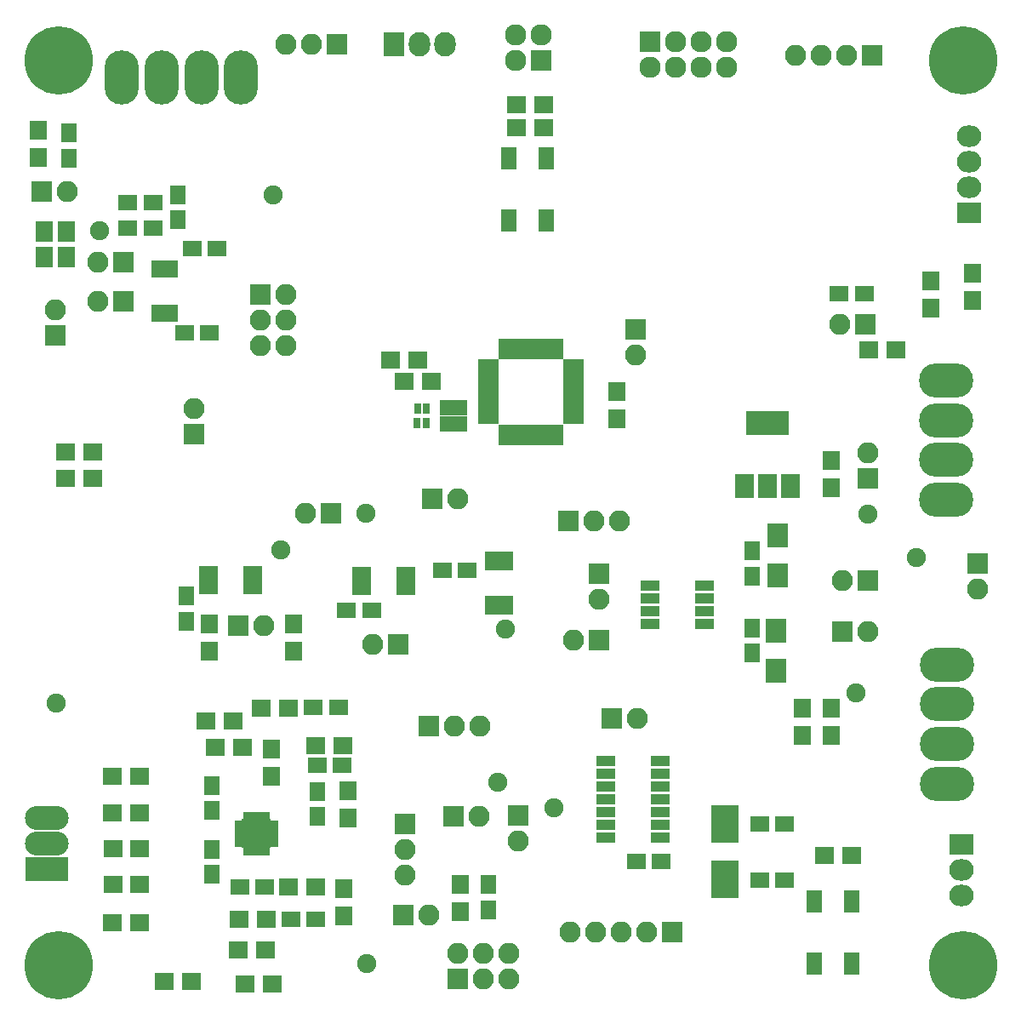
<source format=gbr>
G04 #@! TF.FileFunction,Soldermask,Top*
%FSLAX46Y46*%
G04 Gerber Fmt 4.6, Leading zero omitted, Abs format (unit mm)*
G04 Created by KiCad (PCBNEW 4.0.2-stable) date 10/05/17 15:07:02*
%MOMM*%
G01*
G04 APERTURE LIST*
%ADD10C,0.100000*%
%ADD11R,1.650000X1.900000*%
%ADD12R,1.900000X1.650000*%
%ADD13R,1.700000X1.900000*%
%ADD14R,1.900000X1.700000*%
%ADD15R,2.000000X2.400000*%
%ADD16R,1.800000X2.000000*%
%ADD17R,2.127200X2.127200*%
%ADD18O,2.127200X2.127200*%
%ADD19R,2.100000X2.100000*%
%ADD20O,2.100000X2.100000*%
%ADD21R,2.432000X2.127200*%
%ADD22O,2.432000X2.127200*%
%ADD23R,1.500000X2.200000*%
%ADD24R,0.700000X1.800000*%
%ADD25R,2.800000X3.725000*%
%ADD26R,2.700000X1.600000*%
%ADD27R,4.360000X2.380000*%
%ADD28O,4.360000X2.380000*%
%ADD29R,1.900000X1.000000*%
%ADD30R,0.900000X0.650000*%
%ADD31R,0.650000X0.900000*%
%ADD32R,2.900000X2.900000*%
%ADD33R,2.000000X0.950000*%
%ADD34R,0.950000X2.000000*%
%ADD35R,1.850000X0.850000*%
%ADD36R,1.950000X1.000000*%
%ADD37C,1.900000*%
%ADD38O,5.401260X3.399740*%
%ADD39O,3.399740X5.401260*%
%ADD40R,0.850000X1.850000*%
%ADD41R,2.127200X2.432000*%
%ADD42O,2.127200X2.432000*%
%ADD43C,6.800000*%
%ADD44C,1.200000*%
%ADD45R,4.200000X2.400000*%
%ADD46R,1.900000X2.400000*%
%ADD47R,0.800000X1.000000*%
G04 APERTURE END LIST*
D10*
D11*
X94500000Y-121450000D03*
X94500000Y-123950000D03*
D12*
X107050000Y-107350000D03*
X104550000Y-107350000D03*
D11*
X94500000Y-115100000D03*
X94500000Y-117600000D03*
D12*
X99750000Y-125200000D03*
X97250000Y-125200000D03*
X104800000Y-128450000D03*
X102300000Y-128450000D03*
X104950000Y-113050000D03*
X107450000Y-113050000D03*
D11*
X104950000Y-118200000D03*
X104950000Y-115700000D03*
D12*
X110350000Y-97650000D03*
X107850000Y-97650000D03*
D11*
X122000000Y-124950000D03*
X122000000Y-127450000D03*
D13*
X134800000Y-78600000D03*
X134800000Y-75900000D03*
D12*
X156900000Y-66200000D03*
X159400000Y-66200000D03*
D14*
X116300000Y-74900000D03*
X113600000Y-74900000D03*
X114950000Y-72750000D03*
X112250000Y-72750000D03*
D12*
X148950000Y-124500000D03*
X151450000Y-124500000D03*
X148950000Y-118950000D03*
X151450000Y-118950000D03*
D11*
X80250000Y-52700000D03*
X80250000Y-50200000D03*
D15*
X150600000Y-103700000D03*
X150600000Y-99700000D03*
D14*
X124800000Y-47400000D03*
X127500000Y-47400000D03*
D11*
X148200000Y-99450000D03*
X148200000Y-101950000D03*
D12*
X88600000Y-57150000D03*
X86100000Y-57150000D03*
X88600000Y-59650000D03*
X86100000Y-59650000D03*
X139172000Y-122682000D03*
X136672000Y-122682000D03*
D11*
X148200000Y-91750000D03*
X148200000Y-94250000D03*
D15*
X150800000Y-90200000D03*
X150800000Y-94200000D03*
D11*
X91100000Y-58850000D03*
X91100000Y-56350000D03*
D12*
X94976000Y-61722000D03*
X92476000Y-61722000D03*
X91714000Y-70104000D03*
X94214000Y-70104000D03*
D13*
X156070000Y-82810000D03*
X156070000Y-85510000D03*
D11*
X91900000Y-98750000D03*
X91900000Y-96250000D03*
D14*
X159830000Y-71750000D03*
X162530000Y-71750000D03*
D16*
X79950000Y-60000000D03*
X77750000Y-60000000D03*
X79950000Y-62500000D03*
X77750000Y-62500000D03*
D14*
X82574000Y-81968000D03*
X79874000Y-81968000D03*
D13*
X156100000Y-107450000D03*
X156100000Y-110150000D03*
X170180000Y-64182000D03*
X170180000Y-66882000D03*
D17*
X127200000Y-42950000D03*
D18*
X127200000Y-40410000D03*
X124660000Y-42950000D03*
X124660000Y-40410000D03*
D19*
X113500000Y-127950000D03*
D20*
X116040000Y-127950000D03*
D21*
X169800000Y-58150000D03*
D22*
X169800000Y-55610000D03*
X169800000Y-53070000D03*
X169800000Y-50530000D03*
D19*
X113700000Y-118900000D03*
D20*
X113700000Y-121440000D03*
X113700000Y-123980000D03*
D14*
X87300000Y-124900000D03*
X84600000Y-124900000D03*
X100500000Y-134850000D03*
X97800000Y-134850000D03*
X84550000Y-128750000D03*
X87250000Y-128750000D03*
X87250000Y-114200000D03*
X84550000Y-114200000D03*
X84550000Y-117800000D03*
X87250000Y-117800000D03*
X84600000Y-121350000D03*
X87300000Y-121350000D03*
X99400000Y-107400000D03*
X102100000Y-107400000D03*
X97500000Y-111350000D03*
X94800000Y-111350000D03*
X97100000Y-131500000D03*
X99800000Y-131500000D03*
X93900000Y-108700000D03*
X96600000Y-108700000D03*
X97150000Y-128450000D03*
X99850000Y-128450000D03*
D13*
X100350000Y-114200000D03*
X100350000Y-111500000D03*
D14*
X102100000Y-125200000D03*
X104800000Y-125200000D03*
X104800000Y-111100000D03*
X107500000Y-111100000D03*
D13*
X107550000Y-125350000D03*
X107550000Y-128050000D03*
X108050000Y-118300000D03*
X108050000Y-115600000D03*
X119150000Y-124950000D03*
X119150000Y-127650000D03*
X102600000Y-101750000D03*
X102600000Y-99050000D03*
X94200000Y-101750000D03*
X94200000Y-99050000D03*
X77150000Y-49900000D03*
X77150000Y-52600000D03*
D14*
X79930000Y-84582000D03*
X82630000Y-84582000D03*
D13*
X166000000Y-64900000D03*
X166000000Y-67600000D03*
X153200000Y-110100000D03*
X153200000Y-107400000D03*
D14*
X124800000Y-49700000D03*
X127500000Y-49700000D03*
X158100000Y-122050000D03*
X155400000Y-122050000D03*
D23*
X127700000Y-58900000D03*
X127700000Y-52700000D03*
X124000000Y-52700000D03*
X124000000Y-58900000D03*
X158100000Y-132800000D03*
X158100000Y-126600000D03*
X154400000Y-126600000D03*
X154400000Y-132800000D03*
D24*
X90750000Y-63750000D03*
X90250000Y-63750000D03*
X89750000Y-63750000D03*
X89250000Y-63750000D03*
X88750000Y-63750000D03*
X88750000Y-68150000D03*
X89250000Y-68150000D03*
X89750000Y-68150000D03*
X90250000Y-68150000D03*
X90750000Y-68150000D03*
D25*
X145550000Y-124462500D03*
X145550000Y-118937500D03*
D26*
X118500000Y-77550000D03*
X118500000Y-79150000D03*
D19*
X77550000Y-56050000D03*
D20*
X80090000Y-56050000D03*
D19*
X85650000Y-66950000D03*
D20*
X83110000Y-66950000D03*
D19*
X85650000Y-63050000D03*
D20*
X83110000Y-63050000D03*
D19*
X157200000Y-99800000D03*
D20*
X159740000Y-99800000D03*
D19*
X159700000Y-94700000D03*
D20*
X157160000Y-94700000D03*
D19*
X92700000Y-80150000D03*
D20*
X92700000Y-77610000D03*
D19*
X106350000Y-88000000D03*
D20*
X103810000Y-88000000D03*
D19*
X159750000Y-84550000D03*
D20*
X159750000Y-82010000D03*
D19*
X159450000Y-69200000D03*
D20*
X156910000Y-69200000D03*
D14*
X89700000Y-134600000D03*
X92400000Y-134600000D03*
D19*
X113030000Y-101092000D03*
D20*
X110490000Y-101092000D03*
D19*
X136650000Y-69700000D03*
D20*
X136650000Y-72240000D03*
D19*
X124950000Y-118050000D03*
D20*
X124950000Y-120590000D03*
D27*
X78050000Y-123400000D03*
D28*
X78050000Y-120860000D03*
X78050000Y-118320000D03*
D19*
X118900000Y-134350000D03*
D20*
X118900000Y-131810000D03*
X121440000Y-134350000D03*
X121440000Y-131810000D03*
X123980000Y-134350000D03*
X123980000Y-131810000D03*
D19*
X118500000Y-118150000D03*
D20*
X121040000Y-118150000D03*
D19*
X133000000Y-94000000D03*
D20*
X133000000Y-96540000D03*
D19*
X170700000Y-93050000D03*
D20*
X170700000Y-95590000D03*
D29*
X139100000Y-120310000D03*
X139100000Y-119040000D03*
X139100000Y-117770000D03*
X139100000Y-116500000D03*
X139100000Y-115230000D03*
X139100000Y-113960000D03*
X139100000Y-112690000D03*
X133700000Y-112690000D03*
X133700000Y-113960000D03*
X133700000Y-115230000D03*
X133700000Y-116500000D03*
X133700000Y-117770000D03*
X133700000Y-119040000D03*
X133700000Y-120310000D03*
D30*
X97150000Y-118900000D03*
X97150000Y-119400000D03*
X97150000Y-119900000D03*
X97150000Y-120400000D03*
X97150000Y-120900000D03*
D31*
X97900000Y-121650000D03*
D32*
X98900000Y-119900000D03*
D31*
X98400000Y-121650000D03*
X98900000Y-121650000D03*
X99400000Y-121650000D03*
X99900000Y-121650000D03*
D30*
X100650000Y-120900000D03*
X100650000Y-120400000D03*
X100650000Y-119900000D03*
X100650000Y-119400000D03*
X100650000Y-118900000D03*
D31*
X99900000Y-118150000D03*
X99400000Y-118150000D03*
X98900000Y-118150000D03*
X98400000Y-118150000D03*
X97900000Y-118150000D03*
D33*
X121950000Y-73150000D03*
X121950000Y-73950000D03*
X121950000Y-74750000D03*
X121950000Y-75550000D03*
X121950000Y-76350000D03*
X121950000Y-77150000D03*
X121950000Y-77950000D03*
X121950000Y-78750000D03*
D34*
X123400000Y-80200000D03*
X124200000Y-80200000D03*
X125000000Y-80200000D03*
X125800000Y-80200000D03*
X126600000Y-80200000D03*
X127400000Y-80200000D03*
X128200000Y-80200000D03*
X129000000Y-80200000D03*
D33*
X130450000Y-78750000D03*
X130450000Y-77950000D03*
X130450000Y-77150000D03*
X130450000Y-76350000D03*
X130450000Y-75550000D03*
X130450000Y-74750000D03*
X130450000Y-73950000D03*
X130450000Y-73150000D03*
D34*
X129000000Y-71700000D03*
X128200000Y-71700000D03*
X127400000Y-71700000D03*
X126600000Y-71700000D03*
X125800000Y-71700000D03*
X125000000Y-71700000D03*
X124200000Y-71700000D03*
X123400000Y-71700000D03*
D35*
X109400000Y-93775000D03*
X109400000Y-94425000D03*
X109400000Y-95075000D03*
X109400000Y-95725000D03*
X113800000Y-95725000D03*
X113800000Y-95075000D03*
X113800000Y-94425000D03*
X113800000Y-93775000D03*
X94100000Y-93725000D03*
X94100000Y-94375000D03*
X94100000Y-95025000D03*
X94100000Y-95675000D03*
X98500000Y-95675000D03*
X98500000Y-95025000D03*
X98500000Y-94375000D03*
X98500000Y-93725000D03*
D36*
X138100000Y-95195000D03*
X138100000Y-96465000D03*
X138100000Y-97735000D03*
X138100000Y-99005000D03*
X143500000Y-99005000D03*
X143500000Y-97735000D03*
X143500000Y-96465000D03*
X143500000Y-95195000D03*
D37*
X109900000Y-132850000D03*
X122936000Y-114808000D03*
X128500000Y-117300000D03*
X164592000Y-92456000D03*
X83250000Y-59900000D03*
X101346000Y-91694000D03*
X109800000Y-88050000D03*
X123698000Y-99568000D03*
X100584000Y-56388000D03*
X159766000Y-88138000D03*
X158550000Y-105900000D03*
X78994000Y-106934000D03*
D19*
X140300000Y-129700000D03*
D20*
X137760000Y-129700000D03*
X135220000Y-129700000D03*
X132680000Y-129700000D03*
X130140000Y-129700000D03*
D19*
X78900000Y-70300000D03*
D20*
X78900000Y-67760000D03*
D38*
X167500000Y-82731200D03*
X167500000Y-78768800D03*
X167500000Y-86691060D03*
X167500000Y-74808940D03*
D39*
X89458800Y-44704000D03*
X93421200Y-44704000D03*
X85498940Y-44704000D03*
X97381060Y-44704000D03*
D38*
X167650000Y-107018800D03*
X167650000Y-110981200D03*
X167650000Y-103058940D03*
X167650000Y-114941060D03*
D12*
X117368000Y-93726000D03*
X119868000Y-93726000D03*
D19*
X116400000Y-86550000D03*
D20*
X118940000Y-86550000D03*
D19*
X133000000Y-100600000D03*
D20*
X130460000Y-100600000D03*
D19*
X116078000Y-109220000D03*
D20*
X118618000Y-109220000D03*
X121158000Y-109220000D03*
D19*
X134250000Y-108400000D03*
D20*
X136790000Y-108400000D03*
D19*
X97050000Y-99200000D03*
D20*
X99590000Y-99200000D03*
D40*
X123975000Y-92800000D03*
X123325000Y-92800000D03*
X122675000Y-92800000D03*
X122025000Y-92800000D03*
X122025000Y-97200000D03*
X122675000Y-97200000D03*
X123325000Y-97200000D03*
X123975000Y-97200000D03*
D41*
X112600000Y-41350000D03*
D42*
X115140000Y-41350000D03*
X117680000Y-41350000D03*
D17*
X138100000Y-41150000D03*
D18*
X138100000Y-43690000D03*
X140640000Y-41150000D03*
X140640000Y-43690000D03*
X143180000Y-41150000D03*
X143180000Y-43690000D03*
X145720000Y-41150000D03*
X145720000Y-43690000D03*
D43*
X79200000Y-43000000D03*
D44*
X81600000Y-43000000D03*
X80897056Y-44697056D03*
X79200000Y-45400000D03*
X77502944Y-44697056D03*
X76800000Y-43000000D03*
X77502944Y-41302944D03*
X79200000Y-40600000D03*
X80897056Y-41302944D03*
D43*
X169200000Y-43000000D03*
D44*
X171600000Y-43000000D03*
X170897056Y-44697056D03*
X169200000Y-45400000D03*
X167502944Y-44697056D03*
X166800000Y-43000000D03*
X167502944Y-41302944D03*
X169200000Y-40600000D03*
X170897056Y-41302944D03*
D43*
X169200000Y-133000000D03*
D44*
X171600000Y-133000000D03*
X170897056Y-134697056D03*
X169200000Y-135400000D03*
X167502944Y-134697056D03*
X166800000Y-133000000D03*
X167502944Y-131302944D03*
X169200000Y-130600000D03*
X170897056Y-131302944D03*
D43*
X79200000Y-133000000D03*
D44*
X81600000Y-133000000D03*
X80897056Y-134697056D03*
X79200000Y-135400000D03*
X77502944Y-134697056D03*
X76800000Y-133000000D03*
X77502944Y-131302944D03*
X79200000Y-130600000D03*
X80897056Y-131302944D03*
D21*
X169050000Y-121000000D03*
D22*
X169050000Y-123540000D03*
X169050000Y-126080000D03*
D19*
X160150000Y-42450000D03*
D20*
X157610000Y-42450000D03*
X155070000Y-42450000D03*
X152530000Y-42450000D03*
D19*
X106934000Y-41402000D03*
D20*
X104394000Y-41402000D03*
X101854000Y-41402000D03*
D19*
X129900000Y-88800000D03*
D20*
X132440000Y-88800000D03*
X134980000Y-88800000D03*
D19*
X99314000Y-66294000D03*
D20*
X101854000Y-66294000D03*
X99314000Y-68834000D03*
X101854000Y-68834000D03*
X99314000Y-71374000D03*
X101854000Y-71374000D03*
D45*
X149750000Y-79050000D03*
D46*
X149750000Y-85350000D03*
X152050000Y-85350000D03*
X147450000Y-85350000D03*
D47*
X115820000Y-77600000D03*
X114920000Y-77600000D03*
X115790000Y-79080000D03*
X114890000Y-79080000D03*
M02*

</source>
